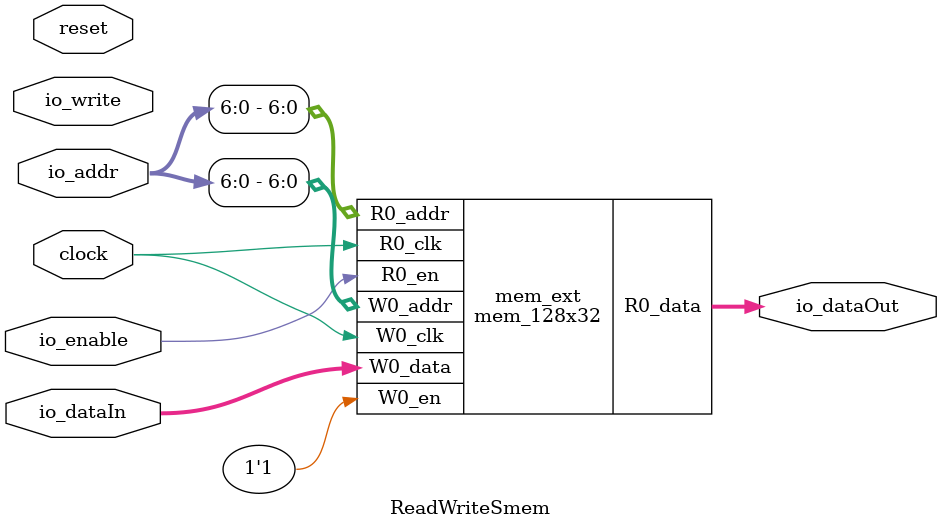
<source format=v>
module mem_128x32(
  input  [6:0]  R0_addr,
  input         R0_en,
                R0_clk,
  input  [6:0]  W0_addr,
  input         W0_en,
                W0_clk,
  input  [31:0] W0_data,
  output [31:0] R0_data
);

  reg [31:0] Memory[0:127];
  reg        _R0_en_d0;
  reg [6:0]  _R0_addr_d0;
  always @(posedge R0_clk) begin
    _R0_en_d0 <= R0_en;
    _R0_addr_d0 <= R0_addr;
  end // always @(posedge)
  always @(posedge W0_clk) begin
    if (W0_en)
      Memory[W0_addr] <= W0_data;
  end // always @(posedge)
  assign R0_data = _R0_en_d0 ? Memory[_R0_addr_d0] : 32'bx;
endmodule

module ReadWriteSmem(
  input         clock,
                reset,
                io_enable,
                io_write,
  input  [9:0]  io_addr,
  input  [31:0] io_dataIn,
  output [31:0] io_dataOut
);

  mem_128x32 mem_ext (
    .R0_addr (io_addr[6:0]),
    .R0_en   (io_enable),
    .R0_clk  (clock),
    .W0_addr (io_addr[6:0]),
    .W0_en   (1'h1),
    .W0_clk  (clock),
    .W0_data (io_dataIn),
    .R0_data (io_dataOut)
  );
endmodule


</source>
